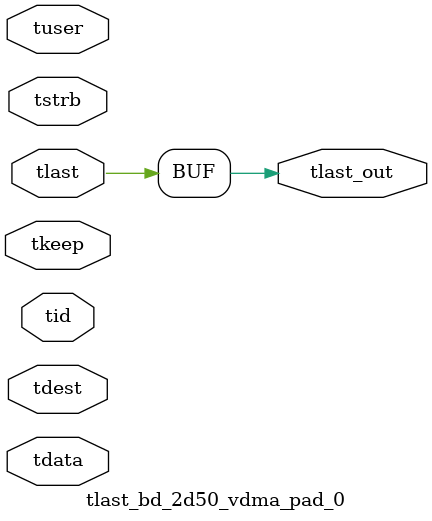
<source format=v>


`timescale 1ps/1ps

module tlast_bd_2d50_vdma_pad_0 #
(
parameter C_S_AXIS_TID_WIDTH   = 1,
parameter C_S_AXIS_TUSER_WIDTH = 0,
parameter C_S_AXIS_TDATA_WIDTH = 0,
parameter C_S_AXIS_TDEST_WIDTH = 0
)
(
input  [(C_S_AXIS_TID_WIDTH   == 0 ? 1 : C_S_AXIS_TID_WIDTH)-1:0       ] tid,
input  [(C_S_AXIS_TDATA_WIDTH == 0 ? 1 : C_S_AXIS_TDATA_WIDTH)-1:0     ] tdata,
input  [(C_S_AXIS_TUSER_WIDTH == 0 ? 1 : C_S_AXIS_TUSER_WIDTH)-1:0     ] tuser,
input  [(C_S_AXIS_TDEST_WIDTH == 0 ? 1 : C_S_AXIS_TDEST_WIDTH)-1:0     ] tdest,
input  [(C_S_AXIS_TDATA_WIDTH/8)-1:0 ] tkeep,
input  [(C_S_AXIS_TDATA_WIDTH/8)-1:0 ] tstrb,
input  [0:0]                                                             tlast,
output                                                                   tlast_out
);

assign tlast_out = {tlast};

endmodule


</source>
